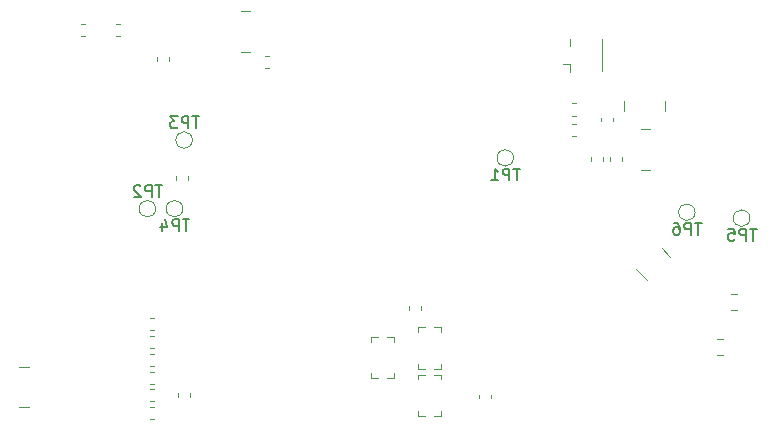
<source format=gbo>
G04 #@! TF.GenerationSoftware,KiCad,Pcbnew,5.1.5+dfsg1-2build2*
G04 #@! TF.CreationDate,2020-05-01T23:30:04-07:00*
G04 #@! TF.ProjectId,logicbone,6c6f6769-6362-46f6-9e65-2e6b69636164,rev?*
G04 #@! TF.SameCoordinates,Original*
G04 #@! TF.FileFunction,Legend,Bot*
G04 #@! TF.FilePolarity,Positive*
%FSLAX46Y46*%
G04 Gerber Fmt 4.6, Leading zero omitted, Abs format (unit mm)*
G04 Created by KiCad (PCBNEW 5.1.5+dfsg1-2build2) date 2020-05-01 23:30:04*
%MOMM*%
%LPD*%
G04 APERTURE LIST*
%ADD10C,0.120000*%
%ADD11C,0.100000*%
%ADD12C,0.150000*%
G04 APERTURE END LIST*
D10*
X135137221Y-61990000D02*
X135462779Y-61990000D01*
X135137221Y-63010000D02*
X135462779Y-63010000D01*
X125437221Y-89710000D02*
X125762779Y-89710000D01*
X125437221Y-88690000D02*
X125762779Y-88690000D01*
X161137221Y-67010000D02*
X161462779Y-67010000D01*
X161137221Y-65990000D02*
X161462779Y-65990000D01*
X125990000Y-62412779D02*
X125990000Y-62087221D01*
X127010000Y-62412779D02*
X127010000Y-62087221D01*
X122587221Y-60260000D02*
X122912779Y-60260000D01*
X122587221Y-59240000D02*
X122912779Y-59240000D01*
X125437221Y-91210000D02*
X125762779Y-91210000D01*
X125437221Y-90190000D02*
X125762779Y-90190000D01*
X153290000Y-90962779D02*
X153290000Y-90637221D01*
X154310000Y-90962779D02*
X154310000Y-90637221D01*
X162790000Y-70862779D02*
X162790000Y-70537221D01*
X163810000Y-70862779D02*
X163810000Y-70537221D01*
X165410000Y-70862779D02*
X165410000Y-70537221D01*
X164390000Y-70862779D02*
X164390000Y-70537221D01*
X119912779Y-60260000D02*
X119587221Y-60260000D01*
X119912779Y-59240000D02*
X119587221Y-59240000D01*
X125437221Y-86710000D02*
X125762779Y-86710000D01*
X125437221Y-85690000D02*
X125762779Y-85690000D01*
X125437221Y-87190000D02*
X125762779Y-87190000D01*
X125437221Y-88210000D02*
X125762779Y-88210000D01*
D11*
X149500000Y-88450000D02*
X150050000Y-88450000D01*
X150050000Y-88450000D02*
X150050000Y-88052500D01*
X148700000Y-88450000D02*
X148150000Y-88450000D01*
X148150000Y-88450000D02*
X148150000Y-88052500D01*
X150050000Y-85347500D02*
X150050000Y-84950000D01*
X150050000Y-84950000D02*
X149500000Y-84950000D01*
X148150000Y-85347500D02*
X148150000Y-84950000D01*
X148150000Y-84950000D02*
X148700000Y-84950000D01*
X148700000Y-88950000D02*
X148150000Y-88950000D01*
X148150000Y-88950000D02*
X148150000Y-89347500D01*
X149500000Y-88950000D02*
X150050000Y-88950000D01*
X150050000Y-88950000D02*
X150050000Y-89347500D01*
X148150000Y-92052500D02*
X148150000Y-92450000D01*
X148150000Y-92450000D02*
X148700000Y-92450000D01*
X150050000Y-92052500D02*
X150050000Y-92450000D01*
X150050000Y-92450000D02*
X149500000Y-92450000D01*
X144150000Y-85750000D02*
X144700000Y-85750000D01*
X144150000Y-86147500D02*
X144150000Y-85750000D01*
X146050000Y-85750000D02*
X145500000Y-85750000D01*
X146050000Y-86147500D02*
X146050000Y-85750000D01*
X144150000Y-89250000D02*
X144150000Y-88852500D01*
X144700000Y-89250000D02*
X144150000Y-89250000D01*
X146050000Y-89250000D02*
X146050000Y-88852500D01*
X145500000Y-89250000D02*
X146050000Y-89250000D01*
D10*
X133900000Y-58180000D02*
X133100000Y-58180000D01*
X133900000Y-61620000D02*
X133100000Y-61620000D01*
X127590000Y-72462779D02*
X127590000Y-72137221D01*
X128610000Y-72462779D02*
X128610000Y-72137221D01*
X147390000Y-83462779D02*
X147390000Y-83137221D01*
X148410000Y-83462779D02*
X148410000Y-83137221D01*
X164610000Y-67187221D02*
X164610000Y-67512779D01*
X163590000Y-67187221D02*
X163590000Y-67512779D01*
X125437221Y-91690000D02*
X125762779Y-91690000D01*
X125437221Y-92710000D02*
X125762779Y-92710000D01*
X128810000Y-90862779D02*
X128810000Y-90537221D01*
X127790000Y-90862779D02*
X127790000Y-90537221D01*
X114350000Y-91720000D02*
X115150000Y-91720000D01*
X114350000Y-88280000D02*
X115150000Y-88280000D01*
X161137221Y-67690000D02*
X161462779Y-67690000D01*
X161137221Y-68710000D02*
X161462779Y-68710000D01*
X169443503Y-78963604D02*
X168736396Y-78256497D01*
X167463604Y-80943503D02*
X166544365Y-80024264D01*
X125437221Y-84190000D02*
X125762779Y-84190000D01*
X125437221Y-85210000D02*
X125762779Y-85210000D01*
X165580000Y-66600000D02*
X165580000Y-65800000D01*
X169020000Y-66600000D02*
X169020000Y-65800000D01*
X167800000Y-68180000D02*
X167000000Y-68180000D01*
X167800000Y-71620000D02*
X167000000Y-71620000D01*
X163735000Y-63250000D02*
X163735000Y-60550000D01*
X161015000Y-62660000D02*
X160385000Y-62660000D01*
X161015000Y-60500000D02*
X161015000Y-61140000D01*
X161015000Y-63300000D02*
X161015000Y-62660000D01*
X174641422Y-83510000D02*
X175158578Y-83510000D01*
X174641422Y-82090000D02*
X175158578Y-82090000D01*
X173958578Y-87310000D02*
X173441422Y-87310000D01*
X173958578Y-85890000D02*
X173441422Y-85890000D01*
X156200000Y-70600000D02*
G75*
G03X156200000Y-70600000I-700000J0D01*
G01*
X125900000Y-74900000D02*
G75*
G03X125900000Y-74900000I-700000J0D01*
G01*
X129012500Y-69087500D02*
G75*
G03X129012500Y-69087500I-700000J0D01*
G01*
X128200000Y-74900000D02*
G75*
G03X128200000Y-74900000I-700000J0D01*
G01*
X176215000Y-75700000D02*
G75*
G03X176215000Y-75700000I-700000J0D01*
G01*
X171580000Y-75200000D02*
G75*
G03X171580000Y-75200000I-700000J0D01*
G01*
D12*
X156761904Y-71500380D02*
X156190476Y-71500380D01*
X156476190Y-72500380D02*
X156476190Y-71500380D01*
X155857142Y-72500380D02*
X155857142Y-71500380D01*
X155476190Y-71500380D01*
X155380952Y-71548000D01*
X155333333Y-71595619D01*
X155285714Y-71690857D01*
X155285714Y-71833714D01*
X155333333Y-71928952D01*
X155380952Y-71976571D01*
X155476190Y-72024190D01*
X155857142Y-72024190D01*
X154333333Y-72500380D02*
X154904761Y-72500380D01*
X154619047Y-72500380D02*
X154619047Y-71500380D01*
X154714285Y-71643238D01*
X154809523Y-71738476D01*
X154904761Y-71786095D01*
X126461904Y-72904380D02*
X125890476Y-72904380D01*
X126176190Y-73904380D02*
X126176190Y-72904380D01*
X125557142Y-73904380D02*
X125557142Y-72904380D01*
X125176190Y-72904380D01*
X125080952Y-72952000D01*
X125033333Y-72999619D01*
X124985714Y-73094857D01*
X124985714Y-73237714D01*
X125033333Y-73332952D01*
X125080952Y-73380571D01*
X125176190Y-73428190D01*
X125557142Y-73428190D01*
X124604761Y-72999619D02*
X124557142Y-72952000D01*
X124461904Y-72904380D01*
X124223809Y-72904380D01*
X124128571Y-72952000D01*
X124080952Y-72999619D01*
X124033333Y-73094857D01*
X124033333Y-73190095D01*
X124080952Y-73332952D01*
X124652380Y-73904380D01*
X124033333Y-73904380D01*
X129574404Y-67091880D02*
X129002976Y-67091880D01*
X129288690Y-68091880D02*
X129288690Y-67091880D01*
X128669642Y-68091880D02*
X128669642Y-67091880D01*
X128288690Y-67091880D01*
X128193452Y-67139500D01*
X128145833Y-67187119D01*
X128098214Y-67282357D01*
X128098214Y-67425214D01*
X128145833Y-67520452D01*
X128193452Y-67568071D01*
X128288690Y-67615690D01*
X128669642Y-67615690D01*
X127764880Y-67091880D02*
X127145833Y-67091880D01*
X127479166Y-67472833D01*
X127336309Y-67472833D01*
X127241071Y-67520452D01*
X127193452Y-67568071D01*
X127145833Y-67663309D01*
X127145833Y-67901404D01*
X127193452Y-67996642D01*
X127241071Y-68044261D01*
X127336309Y-68091880D01*
X127622023Y-68091880D01*
X127717261Y-68044261D01*
X127764880Y-67996642D01*
X128761904Y-75800380D02*
X128190476Y-75800380D01*
X128476190Y-76800380D02*
X128476190Y-75800380D01*
X127857142Y-76800380D02*
X127857142Y-75800380D01*
X127476190Y-75800380D01*
X127380952Y-75848000D01*
X127333333Y-75895619D01*
X127285714Y-75990857D01*
X127285714Y-76133714D01*
X127333333Y-76228952D01*
X127380952Y-76276571D01*
X127476190Y-76324190D01*
X127857142Y-76324190D01*
X126428571Y-76133714D02*
X126428571Y-76800380D01*
X126666666Y-75752761D02*
X126904761Y-76467047D01*
X126285714Y-76467047D01*
X176776904Y-76600380D02*
X176205476Y-76600380D01*
X176491190Y-77600380D02*
X176491190Y-76600380D01*
X175872142Y-77600380D02*
X175872142Y-76600380D01*
X175491190Y-76600380D01*
X175395952Y-76648000D01*
X175348333Y-76695619D01*
X175300714Y-76790857D01*
X175300714Y-76933714D01*
X175348333Y-77028952D01*
X175395952Y-77076571D01*
X175491190Y-77124190D01*
X175872142Y-77124190D01*
X174395952Y-76600380D02*
X174872142Y-76600380D01*
X174919761Y-77076571D01*
X174872142Y-77028952D01*
X174776904Y-76981333D01*
X174538809Y-76981333D01*
X174443571Y-77028952D01*
X174395952Y-77076571D01*
X174348333Y-77171809D01*
X174348333Y-77409904D01*
X174395952Y-77505142D01*
X174443571Y-77552761D01*
X174538809Y-77600380D01*
X174776904Y-77600380D01*
X174872142Y-77552761D01*
X174919761Y-77505142D01*
X172141904Y-76100380D02*
X171570476Y-76100380D01*
X171856190Y-77100380D02*
X171856190Y-76100380D01*
X171237142Y-77100380D02*
X171237142Y-76100380D01*
X170856190Y-76100380D01*
X170760952Y-76148000D01*
X170713333Y-76195619D01*
X170665714Y-76290857D01*
X170665714Y-76433714D01*
X170713333Y-76528952D01*
X170760952Y-76576571D01*
X170856190Y-76624190D01*
X171237142Y-76624190D01*
X169808571Y-76100380D02*
X169999047Y-76100380D01*
X170094285Y-76148000D01*
X170141904Y-76195619D01*
X170237142Y-76338476D01*
X170284761Y-76528952D01*
X170284761Y-76909904D01*
X170237142Y-77005142D01*
X170189523Y-77052761D01*
X170094285Y-77100380D01*
X169903809Y-77100380D01*
X169808571Y-77052761D01*
X169760952Y-77005142D01*
X169713333Y-76909904D01*
X169713333Y-76671809D01*
X169760952Y-76576571D01*
X169808571Y-76528952D01*
X169903809Y-76481333D01*
X170094285Y-76481333D01*
X170189523Y-76528952D01*
X170237142Y-76576571D01*
X170284761Y-76671809D01*
M02*

</source>
